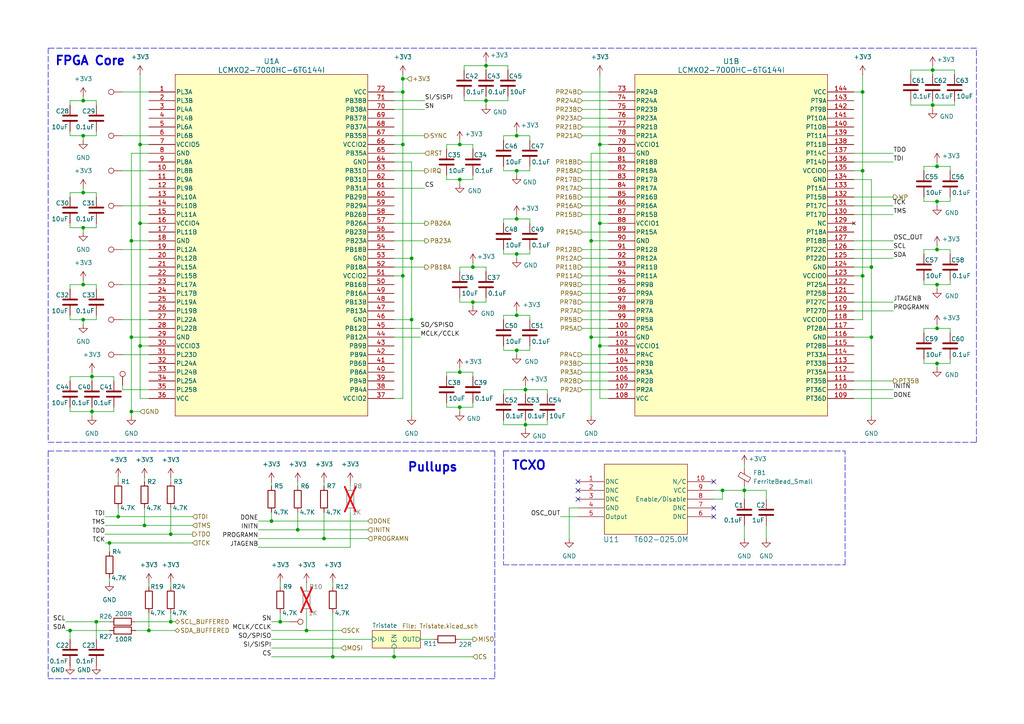
<source format=kicad_sch>
(kicad_sch (version 20250114) (generator "eeschema") (generator_version "9.0")
  (paper "A4")
  (text "TCXO" (at 153.416 135.128 0) (effects (font (size 2.54 2.54) (thickness 0.508) (bold yes))))
  (text "Pullups" (at 125.476 135.636 0) (effects (font (size 2.54 2.54) (thickness 0.508) (bold yes))))
  (text "FPGA Core\n" (at 26.162 17.78 0) (effects (font (size 2.54 2.54) (thickness 0.508) (bold yes))))
  (junction (at 40.64 64.77))
  (junction (at 41.91 152.4))
  (junction (at 271.78 72.39))
  (junction (at 24.13 29.21))
  (junction (at 133.35 118.11))
  (junction (at 173.99 100.33))
  (junction (at 137.16 77.47))
  (junction (at 137.16 87.63))
  (junction (at 133.35 41.91))
  (junction (at 40.64 100.33))
  (junction (at 34.29 149.86))
  (junction (at 119.38 92.71))
  (junction (at 38.1 97.79))
  (junction (at 78.74 151.13))
  (junction (at 149.86 101.6))
  (junction (at 271.78 105.41))
  (junction (at 38.1 119.38))
  (junction (at 114.3 190.5))
  (junction (at 171.45 69.85))
  (junction (at 149.86 73.66))
  (junction (at 31.75 157.48))
  (junction (at 173.99 64.77))
  (junction (at 250.19 80.01))
  (junction (at 116.84 26.67))
  (junction (at 209.55 142.24))
  (junction (at 140.97 19.05))
  (junction (at 271.78 95.25))
  (junction (at 116.84 22.86))
  (junction (at 252.73 77.47))
  (junction (at 24.13 55.88))
  (junction (at 26.67 109.22))
  (junction (at 152.4 123.19))
  (junction (at 27.94 180.34))
  (junction (at 270.51 30.48))
  (junction (at 24.13 39.37))
  (junction (at 149.86 49.53))
  (junction (at 43.18 182.88))
  (junction (at 88.9 182.88))
  (junction (at 271.78 58.42))
  (junction (at 49.53 180.34))
  (junction (at 149.86 91.44))
  (junction (at 116.84 41.91))
  (junction (at 152.4 113.03))
  (junction (at 116.84 80.01))
  (junction (at 271.78 82.55))
  (junction (at 171.45 97.79))
  (junction (at 133.35 107.95))
  (junction (at 215.9 142.24))
  (junction (at 86.36 153.67))
  (junction (at 173.99 41.91))
  (junction (at 26.67 119.38))
  (junction (at 49.53 154.94))
  (junction (at 140.97 29.21))
  (junction (at 93.98 156.21))
  (junction (at 38.1 69.85))
  (junction (at 24.13 92.71))
  (junction (at 119.38 74.93))
  (junction (at 252.73 97.79))
  (junction (at 24.13 82.55))
  (junction (at 250.19 49.53))
  (junction (at 24.13 66.04))
  (junction (at 96.52 190.5))
  (junction (at 149.86 39.37))
  (junction (at 81.28 180.34))
  (junction (at 149.86 63.5))
  (junction (at 40.64 41.91))
  (junction (at 20.32 182.88))
  (junction (at 250.19 26.67))
  (junction (at 270.51 20.32))
  (junction (at 271.78 48.26))
  (junction (at 133.35 52.07))
  (no_connect (at 207.01 139.7))
  (no_connect (at 167.64 139.7))
  (no_connect (at 207.01 147.32))
  (no_connect (at 167.64 144.78))
  (no_connect (at 207.01 149.86))
  (no_connect (at 167.64 142.24))
  (wire (pts (xy 271.78 95.25) (xy 267.97 95.25)))
  (wire (pts (xy 26.67 109.22) (xy 33.02 109.22)))
  (wire (pts (xy 168.91 92.71) (xy 176.53 92.71)))
  (wire (pts (xy 137.16 87.63) (xy 133.35 87.63)))
  (wire (pts (xy 149.86 49.53) (xy 149.86 50.8)))
  (wire (pts (xy 146.05 101.6) (xy 146.05 100.33)))
  (wire (pts (xy 35.56 72.39) (xy 43.18 72.39)))
  (wire (pts (xy 137.16 52.07) (xy 133.35 52.07)))
  (wire (pts (xy 30.48 152.4) (xy 41.91 152.4)))
  (wire (pts (xy 35.56 102.87) (xy 43.18 102.87)))
  (wire (pts (xy 74.93 158.75) (xy 101.6 158.75)))
  (wire (pts (xy 133.35 52.07) (xy 129.54 52.07)))
  (wire (pts (xy 222.25 142.24) (xy 222.25 144.78)))
  (wire (pts (xy 168.91 52.07) (xy 176.53 52.07)))
  (wire (pts (xy 275.59 81.28) (xy 275.59 82.55)))
  (wire (pts (xy 153.67 63.5) (xy 153.67 64.77)))
  (wire (pts (xy 114.3 44.45) (xy 123.19 44.45)))
  (wire (pts (xy 168.91 62.23) (xy 176.53 62.23)))
  (wire (pts (xy 20.32 55.88) (xy 20.32 57.15)))
  (wire (pts (xy 153.67 72.39) (xy 153.67 73.66)))
  (wire (pts (xy 209.55 142.24) (xy 215.9 142.24)))
  (wire (pts (xy 267.97 96.52) (xy 267.97 95.25)))
  (wire (pts (xy 247.65 57.15) (xy 259.08 57.15)))
  (wire (pts (xy 133.35 78.74) (xy 133.35 77.47)))
  (wire (pts (xy 119.38 74.93) (xy 119.38 92.71)))
  (wire (pts (xy 24.13 39.37) (xy 27.94 39.37)))
  (wire (pts (xy 168.91 82.55) (xy 176.53 82.55)))
  (wire (pts (xy 146.05 92.71) (xy 146.05 91.44)))
  (wire (pts (xy 43.18 177.8) (xy 43.18 182.88)))
  (wire (pts (xy 114.3 97.79) (xy 121.92 97.79)))
  (wire (pts (xy 147.32 29.21) (xy 140.97 29.21)))
  (wire (pts (xy 149.86 39.37) (xy 146.05 39.37)))
  (wire (pts (xy 49.53 168.91) (xy 49.53 170.18)))
  (wire (pts (xy 20.32 82.55) (xy 24.13 82.55)))
  (polyline (pts (xy 283.21 13.97) (xy 13.97 13.97)) (stroke (width 0) (type dash)))
  (wire (pts (xy 152.4 111.76) (xy 152.4 113.03)))
  (wire (pts (xy 275.59 72.39) (xy 271.78 72.39)))
  (wire (pts (xy 153.67 101.6) (xy 149.86 101.6)))
  (wire (pts (xy 152.4 121.92) (xy 152.4 123.19)))
  (wire (pts (xy 275.59 57.15) (xy 275.59 58.42)))
  (wire (pts (xy 168.91 90.17) (xy 176.53 90.17)))
  (wire (pts (xy 158.75 123.19) (xy 152.4 123.19)))
  (wire (pts (xy 40.64 21.59) (xy 40.64 41.91)))
  (wire (pts (xy 158.75 121.92) (xy 158.75 123.19)))
  (wire (pts (xy 149.86 49.53) (xy 146.05 49.53)))
  (wire (pts (xy 101.6 139.7) (xy 101.6 140.97)))
  (wire (pts (xy 167.64 147.32) (xy 165.1 147.32)))
  (wire (pts (xy 247.65 49.53) (xy 250.19 49.53)))
  (wire (pts (xy 264.16 21.59) (xy 264.16 20.32)))
  (wire (pts (xy 275.59 95.25) (xy 271.78 95.25)))
  (polyline (pts (xy 13.97 128.27) (xy 283.21 128.27)) (stroke (width 0) (type dash)))
  (wire (pts (xy 119.38 92.71) (xy 119.38 120.65)))
  (wire (pts (xy 271.78 105.41) (xy 271.78 106.68)))
  (wire (pts (xy 271.78 72.39) (xy 267.97 72.39)))
  (wire (pts (xy 252.73 52.07) (xy 252.73 77.47)))
  (wire (pts (xy 133.35 40.64) (xy 133.35 41.91)))
  (wire (pts (xy 168.91 49.53) (xy 176.53 49.53)))
  (wire (pts (xy 40.64 41.91) (xy 40.64 64.77)))
  (wire (pts (xy 137.16 116.84) (xy 137.16 118.11)))
  (wire (pts (xy 140.97 77.47) (xy 137.16 77.47)))
  (wire (pts (xy 74.93 153.67) (xy 86.36 153.67)))
  (wire (pts (xy 114.3 64.77) (xy 123.19 64.77)))
  (wire (pts (xy 114.3 77.47) (xy 123.19 77.47)))
  (wire (pts (xy 168.91 34.29) (xy 176.53 34.29)))
  (wire (pts (xy 96.52 190.5) (xy 114.3 190.5)))
  (wire (pts (xy 134.62 29.21) (xy 134.62 27.94)))
  (wire (pts (xy 133.35 118.11) (xy 133.35 119.38)))
  (wire (pts (xy 129.54 109.22) (xy 129.54 107.95)))
  (wire (pts (xy 116.84 80.01) (xy 116.84 115.57)))
  (polyline (pts (xy 245.11 163.83) (xy 245.11 130.81)) (stroke (width 0) (type dash)))
  (wire (pts (xy 171.45 44.45) (xy 171.45 69.85)))
  (wire (pts (xy 149.86 91.44) (xy 146.05 91.44)))
  (wire (pts (xy 137.16 76.2) (xy 137.16 77.47)))
  (wire (pts (xy 168.91 67.31) (xy 176.53 67.31)))
  (wire (pts (xy 247.65 72.39) (xy 259.08 72.39)))
  (wire (pts (xy 86.36 153.67) (xy 106.68 153.67)))
  (wire (pts (xy 134.62 20.32) (xy 134.62 19.05)))
  (wire (pts (xy 247.65 115.57) (xy 259.08 115.57)))
  (wire (pts (xy 137.16 87.63) (xy 137.16 88.9)))
  (wire (pts (xy 35.56 113.03) (xy 43.18 113.03)))
  (wire (pts (xy 39.37 182.88) (xy 43.18 182.88)))
  (wire (pts (xy 168.91 102.87) (xy 176.53 102.87)))
  (wire (pts (xy 114.3 29.21) (xy 123.19 29.21)))
  (wire (pts (xy 140.97 77.47) (xy 140.97 78.74)))
  (wire (pts (xy 149.86 90.17) (xy 149.86 91.44)))
  (wire (pts (xy 271.78 71.12) (xy 271.78 72.39)))
  (wire (pts (xy 24.13 92.71) (xy 27.94 92.71)))
  (wire (pts (xy 78.74 151.13) (xy 106.68 151.13)))
  (wire (pts (xy 24.13 66.04) (xy 27.94 66.04)))
  (wire (pts (xy 114.3 190.5) (xy 137.16 190.5)))
  (wire (pts (xy 49.53 154.94) (xy 55.88 154.94)))
  (wire (pts (xy 215.9 140.97) (xy 215.9 142.24)))
  (wire (pts (xy 168.91 85.09) (xy 176.53 85.09)))
  (wire (pts (xy 19.05 182.88) (xy 20.32 182.88)))
  (wire (pts (xy 171.45 97.79) (xy 176.53 97.79)))
  (wire (pts (xy 271.78 93.98) (xy 271.78 95.25)))
  (wire (pts (xy 147.32 19.05) (xy 147.32 20.32)))
  (wire (pts (xy 40.64 100.33) (xy 40.64 115.57)))
  (wire (pts (xy 146.05 123.19) (xy 152.4 123.19)))
  (wire (pts (xy 20.32 55.88) (xy 24.13 55.88)))
  (wire (pts (xy 27.94 83.82) (xy 27.94 82.55)))
  (wire (pts (xy 149.86 62.23) (xy 149.86 63.5)))
  (wire (pts (xy 267.97 73.66) (xy 267.97 72.39)))
  (wire (pts (xy 20.32 29.21) (xy 24.13 29.21)))
  (wire (pts (xy 270.51 30.48) (xy 270.51 31.75)))
  (wire (pts (xy 153.67 91.44) (xy 149.86 91.44)))
  (wire (pts (xy 20.32 39.37) (xy 24.13 39.37)))
  (wire (pts (xy 20.32 38.1) (xy 20.32 39.37)))
  (wire (pts (xy 96.52 177.8) (xy 96.52 190.5)))
  (wire (pts (xy 133.35 87.63) (xy 133.35 86.36)))
  (wire (pts (xy 24.13 92.71) (xy 24.13 93.98)))
  (wire (pts (xy 35.56 59.69) (xy 43.18 59.69)))
  (wire (pts (xy 78.74 187.96) (xy 99.06 187.96)))
  (wire (pts (xy 267.97 49.53) (xy 267.97 48.26)))
  (wire (pts (xy 168.91 26.67) (xy 176.53 26.67)))
  (wire (pts (xy 96.52 168.91) (xy 96.52 170.18)))
  (wire (pts (xy 270.51 20.32) (xy 270.51 21.59)))
  (wire (pts (xy 215.9 152.4) (xy 215.9 156.21)))
  (wire (pts (xy 267.97 105.41) (xy 267.97 104.14)))
  (wire (pts (xy 119.38 46.99) (xy 119.38 74.93)))
  (wire (pts (xy 20.32 82.55) (xy 20.32 83.82)))
  (wire (pts (xy 168.91 77.47) (xy 176.53 77.47)))
  (wire (pts (xy 38.1 97.79) (xy 43.18 97.79)))
  (wire (pts (xy 165.1 147.32) (xy 165.1 156.21)))
  (wire (pts (xy 114.3 26.67) (xy 116.84 26.67)))
  (wire (pts (xy 275.59 72.39) (xy 275.59 73.66)))
  (wire (pts (xy 215.9 142.24) (xy 215.9 144.78)))
  (wire (pts (xy 158.75 113.03) (xy 158.75 114.3)))
  (wire (pts (xy 114.3 95.25) (xy 121.92 95.25)))
  (wire (pts (xy 146.05 73.66) (xy 146.05 72.39)))
  (wire (pts (xy 153.67 49.53) (xy 149.86 49.53)))
  (wire (pts (xy 30.48 157.48) (xy 31.75 157.48)))
  (wire (pts (xy 173.99 41.91) (xy 176.53 41.91)))
  (wire (pts (xy 27.94 30.48) (xy 27.94 29.21)))
  (wire (pts (xy 149.86 38.1) (xy 149.86 39.37)))
  (wire (pts (xy 74.93 156.21) (xy 93.98 156.21)))
  (wire (pts (xy 20.32 92.71) (xy 24.13 92.71)))
  (wire (pts (xy 129.54 118.11) (xy 129.54 116.84)))
  (wire (pts (xy 168.91 105.41) (xy 176.53 105.41)))
  (wire (pts (xy 171.45 69.85) (xy 171.45 97.79)))
  (wire (pts (xy 176.53 44.45) (xy 171.45 44.45)))
  (wire (pts (xy 250.19 92.71) (xy 247.65 92.71)))
  (wire (pts (xy 40.64 64.77) (xy 43.18 64.77)))
  (wire (pts (xy 153.67 48.26) (xy 153.67 49.53)))
  (wire (pts (xy 49.53 177.8) (xy 49.53 180.34)))
  (wire (pts (xy 146.05 64.77) (xy 146.05 63.5)))
  (wire (pts (xy 247.65 113.03) (xy 259.08 113.03)))
  (wire (pts (xy 275.59 95.25) (xy 275.59 96.52)))
  (wire (pts (xy 275.59 58.42) (xy 271.78 58.42)))
  (wire (pts (xy 171.45 69.85) (xy 176.53 69.85)))
  (wire (pts (xy 49.53 147.32) (xy 49.53 154.94)))
  (wire (pts (xy 20.32 66.04) (xy 24.13 66.04)))
  (wire (pts (xy 116.84 26.67) (xy 116.84 41.91)))
  (wire (pts (xy 24.13 29.21) (xy 27.94 29.21)))
  (wire (pts (xy 116.84 22.86) (xy 118.11 22.86)))
  (wire (pts (xy 168.91 107.95) (xy 176.53 107.95)))
  (wire (pts (xy 93.98 139.7) (xy 93.98 140.97)))
  (wire (pts (xy 146.05 123.19) (xy 146.05 121.92)))
  (wire (pts (xy 140.97 87.63) (xy 137.16 87.63)))
  (wire (pts (xy 26.67 119.38) (xy 33.02 119.38)))
  (wire (pts (xy 26.67 118.11) (xy 26.67 119.38)))
  (wire (pts (xy 114.3 49.53) (xy 123.19 49.53)))
  (wire (pts (xy 27.94 66.04) (xy 27.94 64.77)))
  (wire (pts (xy 81.28 177.8) (xy 81.28 180.34)))
  (wire (pts (xy 133.35 107.95) (xy 129.54 107.95)))
  (wire (pts (xy 26.67 107.95) (xy 26.67 109.22)))
  (wire (pts (xy 137.16 50.8) (xy 137.16 52.07)))
  (wire (pts (xy 31.75 157.48) (xy 55.88 157.48)))
  (wire (pts (xy 153.67 39.37) (xy 149.86 39.37)))
  (wire (pts (xy 168.91 80.01) (xy 176.53 80.01)))
  (wire (pts (xy 152.4 113.03) (xy 158.75 113.03)))
  (wire (pts (xy 49.53 180.34) (xy 50.8 180.34)))
  (wire (pts (xy 38.1 69.85) (xy 38.1 97.79)))
  (wire (pts (xy 78.74 185.42) (xy 107.95 185.42)))
  (wire (pts (xy 173.99 21.59) (xy 173.99 41.91)))
  (wire (pts (xy 247.65 52.07) (xy 252.73 52.07)))
  (wire (pts (xy 173.99 100.33) (xy 173.99 115.57)))
  (wire (pts (xy 173.99 41.91) (xy 173.99 64.77)))
  (wire (pts (xy 173.99 64.77) (xy 176.53 64.77)))
  (wire (pts (xy 267.97 82.55) (xy 267.97 81.28)))
  (wire (pts (xy 133.35 118.11) (xy 129.54 118.11)))
  (wire (pts (xy 247.65 90.17) (xy 259.08 90.17)))
  (wire (pts (xy 114.3 54.61) (xy 123.19 54.61)))
  (wire (pts (xy 78.74 182.88) (xy 88.9 182.88)))
  (wire (pts (xy 271.78 82.55) (xy 271.78 83.82)))
  (wire (pts (xy 270.51 19.05) (xy 270.51 20.32)))
  (wire (pts (xy 74.93 151.13) (xy 78.74 151.13)))
  (wire (pts (xy 247.65 74.93) (xy 259.08 74.93)))
  (wire (pts (xy 31.75 157.48) (xy 31.75 160.02)))
  (wire (pts (xy 116.84 22.86) (xy 116.84 26.67)))
  (wire (pts (xy 137.16 41.91) (xy 133.35 41.91)))
  (wire (pts (xy 146.05 114.3) (xy 146.05 113.03)))
  (wire (pts (xy 114.3 69.85) (xy 123.19 69.85)))
  (wire (pts (xy 86.36 139.7) (xy 86.36 140.97)))
  (wire (pts (xy 40.64 100.33) (xy 43.18 100.33)))
  (wire (pts (xy 41.91 138.43) (xy 41.91 139.7)))
  (wire (pts (xy 24.13 54.61) (xy 24.13 55.88)))
  (wire (pts (xy 24.13 27.94) (xy 24.13 29.21)))
  (wire (pts (xy 140.97 17.78) (xy 140.97 19.05)))
  (wire (pts (xy 264.16 30.48) (xy 264.16 29.21)))
  (wire (pts (xy 146.05 49.53) (xy 146.05 48.26)))
  (polyline (pts (xy 146.05 163.83) (xy 245.11 163.83)) (stroke (width 0) (type dash)))
  (wire (pts (xy 275.59 105.41) (xy 271.78 105.41)))
  (wire (pts (xy 149.86 63.5) (xy 146.05 63.5)))
  (wire (pts (xy 271.78 48.26) (xy 267.97 48.26)))
  (wire (pts (xy 41.91 152.4) (xy 55.88 152.4)))
  (wire (pts (xy 38.1 97.79) (xy 38.1 119.38)))
  (wire (pts (xy 276.86 30.48) (xy 270.51 30.48)))
  (wire (pts (xy 271.78 82.55) (xy 267.97 82.55)))
  (wire (pts (xy 24.13 66.04) (xy 24.13 67.31)))
  (wire (pts (xy 35.56 26.67) (xy 43.18 26.67)))
  (wire (pts (xy 34.29 147.32) (xy 34.29 149.86)))
  (wire (pts (xy 35.56 39.37) (xy 43.18 39.37)))
  (wire (pts (xy 152.4 123.19) (xy 152.4 124.46)))
  (wire (pts (xy 250.19 26.67) (xy 250.19 49.53)))
  (wire (pts (xy 88.9 182.88) (xy 99.06 182.88)))
  (wire (pts (xy 20.32 64.77) (xy 20.32 66.04)))
  (wire (pts (xy 26.67 119.38) (xy 20.32 119.38)))
  (wire (pts (xy 168.91 110.49) (xy 176.53 110.49)))
  (wire (pts (xy 252.73 97.79) (xy 252.73 120.65)))
  (wire (pts (xy 168.91 72.39) (xy 176.53 72.39)))
  (wire (pts (xy 30.48 149.86) (xy 34.29 149.86)))
  (wire (pts (xy 168.91 87.63) (xy 176.53 87.63)))
  (wire (pts (xy 27.94 39.37) (xy 27.94 38.1)))
  (wire (pts (xy 116.84 41.91) (xy 116.84 80.01)))
  (wire (pts (xy 247.65 110.49) (xy 259.08 110.49)))
  (wire (pts (xy 168.91 54.61) (xy 176.53 54.61)))
  (wire (pts (xy 168.91 36.83) (xy 176.53 36.83)))
  (wire (pts (xy 271.78 58.42) (xy 267.97 58.42)))
  (wire (pts (xy 247.65 26.67) (xy 250.19 26.67)))
  (wire (pts (xy 247.65 62.23) (xy 259.08 62.23)))
  (wire (pts (xy 207.01 142.24) (xy 209.55 142.24)))
  (wire (pts (xy 250.19 49.53) (xy 250.19 80.01)))
  (wire (pts (xy 93.98 148.59) (xy 93.98 156.21)))
  (wire (pts (xy 24.13 81.28) (xy 24.13 82.55)))
  (wire (pts (xy 168.91 39.37) (xy 176.53 39.37)))
  (wire (pts (xy 153.67 39.37) (xy 153.67 40.64)))
  (wire (pts (xy 168.91 57.15) (xy 176.53 57.15)))
  (wire (pts (xy 34.29 138.43) (xy 34.29 139.7)))
  (polyline (pts (xy 143.51 130.81) (xy 143.51 196.85)) (stroke (width 0) (type dash)))
  (wire (pts (xy 247.65 80.01) (xy 250.19 80.01)))
  (polyline (pts (xy 146.05 130.81) (xy 146.05 163.83)) (stroke (width 0) (type dash)))
  (wire (pts (xy 116.84 41.91) (xy 114.3 41.91)))
  (wire (pts (xy 81.28 168.91) (xy 81.28 170.18)))
  (wire (pts (xy 209.55 142.24) (xy 209.55 144.78)))
  (wire (pts (xy 33.02 119.38) (xy 33.02 118.11)))
  (wire (pts (xy 264.16 30.48) (xy 270.51 30.48)))
  (wire (pts (xy 116.84 115.57) (xy 114.3 115.57)))
  (wire (pts (xy 88.9 177.8) (xy 88.9 182.88)))
  (wire (pts (xy 247.65 44.45) (xy 259.08 44.45)))
  (wire (pts (xy 133.35 41.91) (xy 129.54 41.91)))
  (polyline (pts (xy 146.05 130.81) (xy 245.11 130.81)) (stroke (width 0) (type dash)))
  (wire (pts (xy 41.91 147.32) (xy 41.91 152.4)))
  (wire (pts (xy 35.56 111.76) (xy 35.56 113.03)))
  (wire (pts (xy 140.97 29.21) (xy 140.97 30.48)))
  (polyline (pts (xy 13.97 13.97) (xy 13.97 128.27)) (stroke (width 0) (type dash)))
  (wire (pts (xy 24.13 39.37) (xy 24.13 40.64)))
  (wire (pts (xy 149.86 73.66) (xy 146.05 73.66)))
  (wire (pts (xy 267.97 58.42) (xy 267.97 57.15)))
  (wire (pts (xy 173.99 100.33) (xy 176.53 100.33)))
  (polyline (pts (xy 143.51 196.85) (xy 13.97 196.85)) (stroke (width 0) (type dash)))
  (wire (pts (xy 152.4 113.03) (xy 152.4 114.3)))
  (wire (pts (xy 215.9 134.62) (xy 215.9 135.89)))
  (wire (pts (xy 134.62 29.21) (xy 140.97 29.21)))
  (wire (pts (xy 114.3 39.37) (xy 123.19 39.37)))
  (wire (pts (xy 168.91 29.21) (xy 176.53 29.21)))
  (wire (pts (xy 20.32 109.22) (xy 20.32 110.49)))
  (wire (pts (xy 137.16 107.95) (xy 133.35 107.95)))
  (wire (pts (xy 24.13 82.55) (xy 27.94 82.55)))
  (wire (pts (xy 35.56 49.53) (xy 43.18 49.53)))
  (wire (pts (xy 38.1 69.85) (xy 43.18 69.85)))
  (wire (pts (xy 35.56 92.71) (xy 43.18 92.71)))
  (wire (pts (xy 116.84 21.59) (xy 116.84 22.86)))
  (wire (pts (xy 26.67 109.22) (xy 20.32 109.22)))
  (wire (pts (xy 78.74 139.7) (xy 78.74 140.97)))
  (wire (pts (xy 146.05 40.64) (xy 146.05 39.37)))
  (wire (pts (xy 162.56 149.86) (xy 167.64 149.86)))
  (wire (pts (xy 247.65 77.47) (xy 252.73 77.47)))
  (wire (pts (xy 215.9 142.24) (xy 222.25 142.24)))
  (wire (pts (xy 121.92 185.42) (xy 125.73 185.42)))
  (wire (pts (xy 114.3 187.96) (xy 114.3 190.5)))
  (wire (pts (xy 168.91 74.93) (xy 176.53 74.93)))
  (wire (pts (xy 171.45 97.79) (xy 171.45 120.65)))
  (wire (pts (xy 222.25 152.4) (xy 222.25 156.21)))
  (wire (pts (xy 168.91 95.25) (xy 176.53 95.25)))
  (wire (pts (xy 275.59 104.14) (xy 275.59 105.41)))
  (wire (pts (xy 43.18 115.57) (xy 40.64 115.57)))
  (wire (pts (xy 114.3 46.99) (xy 119.38 46.99)))
  (wire (pts (xy 153.67 63.5) (xy 149.86 63.5)))
  (wire (pts (xy 140.97 27.94) (xy 140.97 29.21)))
  (wire (pts (xy 24.13 55.88) (xy 27.94 55.88)))
  (wire (pts (xy 137.16 118.11) (xy 133.35 118.11)))
  (wire (pts (xy 39.37 180.34) (xy 49.53 180.34)))
  (wire (pts (xy 129.54 52.07) (xy 129.54 50.8)))
  (wire (pts (xy 264.16 20.32) (xy 270.51 20.32)))
  (wire (pts (xy 20.32 182.88) (xy 20.32 185.42)))
  (wire (pts (xy 276.86 20.32) (xy 276.86 21.59)))
  (wire (pts (xy 78.74 190.5) (xy 96.52 190.5)))
  (wire (pts (xy 43.18 44.45) (xy 38.1 44.45)))
  (wire (pts (xy 38.1 119.38) (xy 38.1 120.65)))
  (wire (pts (xy 43.18 168.91) (xy 43.18 170.18)))
  (wire (pts (xy 78.74 180.34) (xy 81.28 180.34)))
  (wire (pts (xy 247.65 46.99) (xy 259.08 46.99)))
  (wire (pts (xy 86.36 148.59) (xy 86.36 153.67)))
  (wire (pts (xy 134.62 19.05) (xy 140.97 19.05)))
  (wire (pts (xy 27.94 180.34) (xy 31.75 180.34)))
  (wire (pts (xy 114.3 31.75) (xy 123.19 31.75)))
  (wire (pts (xy 133.35 52.07) (xy 133.35 53.34)))
  (wire (pts (xy 140.97 86.36) (xy 140.97 87.63)))
  (wire (pts (xy 27.94 57.15) (xy 27.94 55.88)))
  (wire (pts (xy 149.86 101.6) (xy 146.05 101.6)))
  (wire (pts (xy 271.78 58.42) (xy 271.78 59.69)))
  (wire (pts (xy 247.65 87.63) (xy 259.08 87.63)))
  (wire (pts (xy 137.16 41.91) (xy 137.16 43.18)))
  (wire (pts (xy 168.91 59.69) (xy 176.53 59.69)))
  (wire (pts (xy 271.78 46.99) (xy 271.78 48.26)))
  (wire (pts (xy 140.97 19.05) (xy 147.32 19.05)))
  (wire (pts (xy 31.75 167.64) (xy 31.75 168.91)))
  (wire (pts (xy 173.99 64.77) (xy 173.99 100.33)))
  (wire (pts (xy 34.29 149.86) (xy 55.88 149.86)))
  (wire (pts (xy 250.19 80.01) (xy 250.19 92.71)))
  (wire (pts (xy 146.05 113.03) (xy 152.4 113.03)))
  (wire (pts (xy 137.16 107.95) (xy 137.16 109.22)))
  (wire (pts (xy 27.94 180.34) (xy 27.94 185.42)))
  (polyline (pts (xy 13.97 130.81) (xy 143.51 130.81)) (stroke (width 0) (type dash)))
  (wire (pts (xy 40.64 41.91) (xy 43.18 41.91)))
  (wire (pts (xy 147.32 27.94) (xy 147.32 29.21)))
  (wire (pts (xy 114.3 92.71) (xy 119.38 92.71)))
  (wire (pts (xy 153.67 91.44) (xy 153.67 92.71)))
  (wire (pts (xy 20.32 182.88) (xy 31.75 182.88)))
  (wire (pts (xy 153.67 100.33) (xy 153.67 101.6)))
  (wire (pts (xy 114.3 74.93) (xy 119.38 74.93)))
  (wire (pts (xy 149.86 101.6) (xy 149.86 102.87)))
  (wire (pts (xy 247.65 69.85) (xy 259.08 69.85)))
  (wire (pts (xy 270.51 29.21) (xy 270.51 30.48)))
  (wire (pts (xy 19.05 180.34) (xy 27.94 180.34)))
  (wire (pts (xy 250.19 21.59) (xy 250.19 26.67)))
  (wire (pts (xy 176.53 115.57) (xy 173.99 115.57)))
  (wire (pts (xy 271.78 105.41) (xy 267.97 105.41)))
  (wire (pts (xy 101.6 148.59) (xy 101.6 158.75)))
  (wire (pts (xy 140.97 19.05) (xy 140.97 20.32)))
  (wire (pts (xy 40.64 119.38) (xy 38.1 119.38)))
  (wire (pts (xy 83.82 180.34) (xy 81.28 180.34)))
  (wire (pts (xy 247.65 59.69) (xy 259.08 59.69)))
  (wire (pts (xy 88.9 168.91) (xy 88.9 170.18)))
  (wire (pts (xy 78.74 148.59) (xy 78.74 151.13)))
  (wire (pts (xy 33.02 110.49) (xy 33.02 109.22)))
  (wire (pts (xy 168.91 113.03) (xy 176.53 113.03)))
  (wire (pts (xy 40.64 64.77) (xy 40.64 100.33)))
  (wire (pts (xy 30.48 154.94) (xy 49.53 154.94)))
  (wire (pts (xy 26.67 119.38) (xy 26.67 120.65)))
  (wire (pts (xy 168.91 46.99) (xy 176.53 46.99)))
  (wire (pts (xy 270.51 20.32) (xy 276.86 20.32)))
  (wire (pts (xy 137.16 77.47) (xy 133.35 77.47)))
  (wire (pts (xy 129.54 43.18) (xy 129.54 41.91)))
  (wire (pts (xy 275.59 48.26) (xy 271.78 48.26)))
  (wire (pts (xy 133.35 106.68) (xy 133.35 107.95)))
  (wire (pts (xy 149.86 73.66) (xy 149.86 74.93)))
  (wire (pts (xy 168.91 31.75) (xy 176.53 31.75)))
  (wire (pts (xy 153.67 73.66) (xy 149.86 73.66)))
  (polyline (pts (xy 13.97 130.81) (xy 13.97 196.85)) (stroke (width 0) (type dash)))
  (wire (pts (xy 252.73 77.47) (xy 252.73 97.79)))
  (wire (pts (xy 275.59 82.55) (xy 271.78 82.55)))
  (wire (pts (xy 20.32 91.44) (xy 20.32 92.71)))
  (wire (pts (xy 35.56 82.55) (xy 43.18 82.55)))
  (wire (pts (xy 209.55 144.78) (xy 207.01 144.78)))
  (wire (pts (xy 20.32 29.21) (xy 20.32 30.48)))
  (wire (pts (xy 43.18 182.88) (xy 50.8 182.88)))
  (wire (pts (xy 116.84 80.01) (xy 114.3 80.01)))
  (wire (pts (xy 275.59 48.26) (xy 275.59 49.53)))
  (wire (pts (xy 276.86 29.21) (xy 276.86 30.48)))
  (wire (pts (xy 27.94 92.71) (xy 27.94 91.44)))
  (wire (pts (xy 133.35 185.42) (xy 137.16 185.42)))
  (wire (pts (xy 26.67 109.22) (xy 26.67 110.49)))
  (wire (pts (xy 93.98 156.21) (xy 106.68 156.21)))
  (wire (pts (xy 38.1 44.45) (xy 38.1 69.85)))
  (wire (pts (xy 49.53 138.43) (xy 49.53 139.7)))
  (wire (pts (xy 20.32 119.38) (xy 20.32 118.11)))
  (wire (pts (xy 247.65 97.79) (xy 252.73 97.79)))
  (polyline (pts (xy 283.21 128.27) (xy 283.21 13.97)) (stroke (width 0) (type dash)))
  (label "TDO" (at 30.48 154.94 180))
  (label "SN" (at 123.19 31.75 0))
  (label "SDA" (at 19.05 182.88 180))
  (label "SCL" (at 19.05 180.34 180))
  (label "TDI" (at 30.48 149.86 180))
  (label "SN" (at 78.74 180.34 180))
  (label "JTAGENB" (at 74.93 158.75 180))
  (label "DONE" (at 74.93 151.13 180))
  (label "SDA" (at 259.08 74.93 0))
  (label "DONE" (at 259.08 115.57 0))
  (label "CS" (at 123.19 54.61 0))
  (label "SO{slash}SPISO" (at 78.74 185.42 180))
  (label "SO{slash}SPISO" (at 121.92 95.25 0))
  (label "TCK" (at 259.08 59.69 0))
  (label "MCLK{slash}CCLK" (at 78.74 182.88 180))
  (label "SCL" (at 259.08 72.39 0))
  (label "SI{slash}SISPI" (at 78.74 187.96 180))
  (label "OSC_OUT" (at 259.08 69.85 0))
  (label "JTAGENB" (at 259.08 87.63 0))
  (label "INITN" (at 74.93 153.67 180))
  (label "CS" (at 78.74 190.5 180))
  (label "PROGRAMN" (at 74.93 156.21 180))
  (label "OSC_OUT" (at 162.56 149.86 180))
  (label "SI{slash}SISPI" (at 123.19 29.21 0))
  (label "TMS" (at 259.08 62.23 0))
  (label "TMS" (at 30.48 152.4 180))
  (label "TDI" (at 259.08 46.99 0))
  (label "PROGRAMN" (at 259.08 90.17 0))
  (label "MCLK{slash}CCLK" (at 121.92 97.79 0))
  (label "TDO" (at 259.08 44.45 0))
  (label "TCK" (at 30.48 157.48 180))
  (label "INITN" (at 259.08 113.03 0))
  (hierarchical_label "PR5A" (shape input) (at 168.91 95.25 180))
  (hierarchical_label "CS" (shape input) (at 137.16 190.5 0))
  (hierarchical_label "PR11B" (shape input) (at 168.91 77.47 180))
  (hierarchical_label "SDA_BUFFERED" (shape bidirectional) (at 50.8 182.88 0))
  (hierarchical_label "SYNC" (shape output) (at 123.19 39.37 0))
  (hierarchical_label "SCK" (shape input) (at 99.06 182.88 0))
  (hierarchical_label "PR7B" (shape input) (at 168.91 87.63 180))
  (hierarchical_label "PR17A" (shape input) (at 168.91 54.61 180))
  (hierarchical_label "PR9B" (shape input) (at 168.91 82.55 180))
  (hierarchical_label "PROGRAMN" (shape input) (at 106.68 156.21 0))
  (hierarchical_label "TDI" (shape input) (at 55.88 149.86 0))
  (hierarchical_label "PR3B" (shape input) (at 168.91 105.41 180))
  (hierarchical_label "DONE" (shape input) (at 106.68 151.13 0))
  (hierarchical_label "+3V3" (shape input) (at 118.11 22.86 0))
  (hierarchical_label "INITN" (shape input) (at 106.68 153.67 0))
  (hierarchical_label "PR12A" (shape input) (at 168.91 74.93 180))
  (hierarchical_label "PR21B" (shape input) (at 168.91 36.83 180))
  (hierarchical_label "MISO" (shape output) (at 137.16 185.42 0))
  (hierarchical_label "TMS" (shape input) (at 55.88 152.4 0))
  (hierarchical_label "MOSI" (shape input) (at 99.06 187.96 0))
  (hierarchical_label "PT35B" (shape output) (at 259.08 110.49 0))
  (hierarchical_label "TDO" (shape output) (at 55.88 154.94 0))
  (hierarchical_label "PB18A" (shape output) (at 123.19 77.47 0))
  (hierarchical_label "PR7A" (shape input) (at 168.91 90.17 180))
  (hierarchical_label "PB23A" (shape output) (at 123.19 69.85 0))
  (hierarchical_label "PR23B" (shape input) (at 168.91 31.75 180))
  (hierarchical_label "PR16B" (shape input) (at 168.91 57.15 180))
  (hierarchical_label "PR15B" (shape input) (at 168.91 62.23 180))
  (hierarchical_label "PR12B" (shape input) (at 168.91 72.39 180))
  (hierarchical_label "PR5B" (shape input) (at 168.91 92.71 180))
  (hierarchical_label "SCL_BUFFERED" (shape bidirectional) (at 50.8 180.34 0))
  (hierarchical_label "PR11A" (shape input) (at 168.91 80.01 180))
  (hierarchical_label "PR24B" (shape input) (at 168.91 26.67 180))
  (hierarchical_label "PR15A" (shape input) (at 168.91 67.31 180))
  (hierarchical_label "PR18A" (shape input) (at 168.91 49.53 180))
  (hierarchical_label "PR2A" (shape input) (at 168.91 113.03 180))
  (hierarchical_label "PR4C" (shape input) (at 168.91 102.87 180))
  (hierarchical_label "WP" (shape output) (at 259.08 57.15 0))
  (hierarchical_label "PR9A" (shape input) (at 168.91 85.09 180))
  (hierarchical_label "IRQ" (shape output) (at 123.19 49.53 0))
  (hierarchical_label "RST" (shape input) (at 123.19 44.45 0))
  (hierarchical_label "PR16A" (shape input) (at 168.91 59.69 180))
  (hierarchical_label "PR3A" (shape input) (at 168.91 107.95 180))
  (hierarchical_label "PR17B" (shape input) (at 168.91 52.07 180))
  (hierarchical_label "GND" (shape input) (at 40.64 119.38 0))
  (hierarchical_label "PR23A" (shape input) (at 168.91 34.29 180))
  (hierarchical_label "PB26A" (shape output) (at 123.19 64.77 0))
  (hierarchical_label "PR21A" (shape input) (at 168.91 39.37 180))
  (hierarchical_label "PR24A" (shape input) (at 168.91 29.21 180))
  (hierarchical_label "PR18B" (shape input) (at 168.91 46.99 180))
  (hierarchical_label "PR2B" (shape input) (at 168.91 110.49 180))
  (hierarchical_label "TCK" (shape input) (at 55.88 157.48 0))
  (symbol (lib_id "Connector:TestPoint") (at 83.82 180.34 270) (unit 1)
    (property "Reference" "TP19" (effects (hide yes)))
    (property "Value" "TestPoint" (effects (hide yes)))
    (property "Footprint" "TestPoint:TestPoint_Pad_D1.0mm" (effects (hide yes)))
    (property "Description" "test point" (effects (hide yes)))
  )
  (symbol (lib_id "power:+3V3") (at 133.35 106.68 0) (unit 1)
    (property "Reference" "#PWR091" (effects (hide yes)))
    (property "Value" "+3V3" (at 137.16 104.902 0))
    (property "Description" "Power symbol creates a global label with name \"+3V3\"" (effects (hide yes)))
  )
  (symbol (lib_id "Connector:TestPoint") (at 35.56 39.37 90) (unit 1)
    (property "Reference" "TP8" (effects (hide yes)))
    (property "Value" "TestPoint" (effects (hide yes)))
    (property "Footprint" "TestPoint:TestPoint_Pad_1.0x1.0mm" (effects (hide yes)))
    (property "Description" "test point" (effects (hide yes)))
  )
  (symbol (lib_id "power:+3V3") (at 43.18 168.91 0) (unit 1)
    (property "Reference" "#PWR067" (effects (hide yes)))
    (property "Value" "+3V3" (at 43.18 163.83 0))
    (property "Description" "Power symbol creates a global label with name \"+3V3\"" (effects (hide yes)))
  )
  (symbol (lib_id "power:+3V3") (at 81.28 168.91 0) (unit 1)
    (property "Reference" "#PWR021" (effects (hide yes)))
    (property "Value" "+3V3" (at 81.28 163.83 0))
    (property "Description" "Power symbol creates a global label with name \"+3V3\"" (effects (hide yes)))
  )
  (symbol (lib_id "Device:C") (at 133.35 82.55 0) (unit 1)
    (property "Reference" "C36" (at 133.604 80.518 0) (effects (justify left)))
    (property "Value" "10uF" (at 133.858 85.09 0) (effects (justify left)))
    (property "Footprint" "Capacitor_SMD:C_0603_1608Metric" (effects (hide yes)))
    (property "Description" "Unpolarized capacitor" (effects (hide yes)))
  )
  (symbol (lib_id "power:GND") (at 24.13 93.98 0) (unit 1)
    (property "Reference" "#PWR082" (effects (hide yes)))
    (property "Value" "GND" (at 24.13 99.06 0))
    (property "Description" "Power symbol creates a global label with name \"GND\" , ground" (effects (hide yes)))
  )
  (symbol (lib_id "power:+3V3") (at 116.84 21.59 0) (unit 1)
    (property "Reference" "#PWR06" (effects (hide yes)))
    (property "Value" "+3V3" (at 116.84 16.51 0))
    (property "Description" "Power symbol creates a global label with name \"+3V3\"" (effects (hide yes)))
  )
  (symbol (lib_id "power:GND") (at 140.97 30.48 0) (mirror y) (unit 1)
    (property "Reference" "#PWR095" (effects (hide yes)))
    (property "Value" "GND" (at 145.034 32.512 0))
    (property "Description" "Power symbol creates a global label with name \"GND\" , ground" (effects (hide yes)))
  )
  (symbol (lib_id "power:+3V3") (at 49.53 168.91 0) (unit 1)
    (property "Reference" "#PWR068" (effects (hide yes)))
    (property "Value" "+3V3" (at 49.53 163.83 0))
    (property "Description" "Power symbol creates a global label with name \"+3V3\"" (effects (hide yes)))
  )
  (symbol (lib_id "Device:C") (at 140.97 82.55 0) (unit 1)
    (property "Reference" "C37" (at 141.224 80.518 0) (effects (justify left)))
    (property "Value" "0.1uF" (at 141.478 85.09 0) (effects (justify left)))
    (property "Footprint" "Capacitor_SMD:C_0603_1608Metric" (effects (hide yes)))
    (property "Description" "Unpolarized capacitor" (effects (hide yes)))
  )
  (symbol (lib_id "Device:FerriteBead_Small") (at 215.9 138.43 0) (unit 1)
    (property "Reference" "FB1" (at 218.44 137.1218 0) (effects (justify left)))
    (property "Value" "FerriteBead_Small" (at 218.44 139.6618 0) (effects (justify left)))
    (property "Footprint" "Inductor_SMD:L_0805_2012Metric" (effects (hide yes)))
    (property "Description" "Ferrite bead, small symbol" (effects (hide yes)))
  )
  (symbol (lib_id "Device:C") (at 276.86 25.4 0) (unit 1)
    (property "Reference" "C63" (at 277.114 23.368 0) (effects (justify left)))
    (property "Value" "10uF" (at 277.368 27.94 0) (effects (justify left)))
    (property "Footprint" "Capacitor_SMD:C_0603_1608Metric" (effects (hide yes)))
    (property "Description" "Unpolarized capacitor" (effects (hide yes)))
  )
  (symbol (lib_id "Device:R") (at 88.9 173.99 0) (mirror y) (unit 1) (dnp yes)
    (property "Reference" "R10" (at 89.662 170.18 0) (effects (justify right)))
    (property "Value" "1K" (at 89.408 177.8 0) (effects (justify right)))
    (property "Footprint" "Resistor_SMD:R_0805_2012Metric" (effects (hide yes)))
    (property "Description" "Resistor" (effects (hide yes)))
  )
  (symbol (lib_id "power:GND") (at 271.78 83.82 0) (mirror y) (unit 1)
    (property "Reference" "#PWR0110" (effects (hide yes)))
    (property "Value" "GND" (at 276.098 85.852 0))
    (property "Description" "Power symbol creates a global label with name \"GND\" , ground" (effects (hide yes)))
  )
  (symbol (lib_id "power:GND") (at 215.9 156.21 0) (unit 1)
    (property "Reference" "#PWR030" (effects (hide yes)))
    (property "Value" "GND" (at 215.9 161.29 0))
    (property "Description" "Power symbol creates a global label with name \"GND\" , ground" (effects (hide yes)))
  )
  (symbol (lib_id "power:+3V3") (at 41.91 138.43 0) (unit 1)
    (property "Reference" "#PWR014" (effects (hide yes)))
    (property "Value" "+3V3" (at 41.91 133.35 0))
    (property "Description" "Power symbol creates a global label with name \"+3V3\"" (effects (hide yes)))
  )
  (symbol (lib_id "power:GND") (at 24.13 40.64 0) (unit 1)
    (property "Reference" "#PWR080" (effects (hide yes)))
    (property "Value" "GND" (at 24.13 45.72 0))
    (property "Description" "Power symbol creates a global label with name \"GND\" , ground" (effects (hide yes)))
  )
  (symbol (lib_id "power:+3V3") (at 86.36 139.7 0) (unit 1)
    (property "Reference" "#PWR018" (effects (hide yes)))
    (property "Value" "+3V3" (at 86.36 134.62 0))
    (property "Description" "Power symbol creates a global label with name \"+3V3\"" (effects (hide yes)))
  )
  (symbol (lib_id "power:+3V3") (at 140.97 17.78 0) (unit 1)
    (property "Reference" "#PWR094" (effects (hide yes)))
    (property "Value" "+3V3" (at 144.78 16.002 0))
    (property "Description" "Power symbol creates a global label with name \"+3V3\"" (effects (hide yes)))
  )
  (symbol (lib_id "Device:R") (at 31.75 163.83 0) (mirror y) (unit 1)
    (property "Reference" "R4" (at 32.512 160.02 0) (effects (justify right)))
    (property "Value" "4.7K" (at 32.258 167.64 0) (effects (justify right)))
    (property "Footprint" "Resistor_SMD:R_0805_2012Metric" (effects (hide yes)))
    (property "Description" "Resistor" (effects (hide yes)))
  )
  (symbol (lib_id "power:+3V3") (at 26.67 107.95 0) (unit 1)
    (property "Reference" "#PWR092" (effects (hide yes)))
    (property "Value" "+3V3" (at 26.67 102.87 0))
    (property "Description" "Power symbol creates a global label with name \"+3V3\"" (effects (hide yes)))
  )
  (symbol (lib_id "Device:C") (at 153.67 68.58 0) (unit 1)
    (property "Reference" "C49" (at 153.924 66.548 0) (effects (justify left)))
    (property "Value" "0.1uF" (at 154.178 71.12 0) (effects (justify left)))
    (property "Footprint" "Capacitor_SMD:C_0603_1608Metric" (effects (hide yes)))
    (property "Description" "Unpolarized capacitor" (effects (hide yes)))
  )
  (symbol (lib_id "Device:C") (at 267.97 77.47 0) (unit 1)
    (property "Reference" "C57" (at 268.224 75.438 0) (effects (justify left)))
    (property "Value" "10uF" (at 268.478 80.01 0) (effects (justify left)))
    (property "Footprint" "Capacitor_SMD:C_0603_1608Metric" (effects (hide yes)))
    (property "Description" "Unpolarized capacitor" (effects (hide yes)))
  )
  (symbol (lib_id "Device:R") (at 41.91 143.51 0) (mirror y) (unit 1)
    (property "Reference" "R2" (at 42.672 139.7 0) (effects (justify right)))
    (property "Value" "4.7K" (at 42.418 147.32 0) (effects (justify right)))
    (property "Footprint" "Resistor_SMD:R_0805_2012Metric" (effects (hide yes)))
    (property "Description" "Resistor" (effects (hide yes)))
  )
  (symbol (lib_id "Device:C") (at 129.54 113.03 0) (unit 1)
    (property "Reference" "C38" (at 129.794 110.998 0) (effects (justify left)))
    (property "Value" "10uF" (at 130.048 115.57 0) (effects (justify left)))
    (property "Footprint" "Capacitor_SMD:C_0603_1608Metric" (effects (hide yes)))
    (property "Description" "Unpolarized capacitor" (effects (hide yes)))
  )
  (symbol (lib_id "power:GND") (at 24.13 67.31 0) (unit 1)
    (property "Reference" "#PWR081" (effects (hide yes)))
    (property "Value" "GND" (at 24.13 72.39 0))
    (property "Description" "Power symbol creates a global label with name \"GND\" , ground" (effects (hide yes)))
  )
  (symbol (lib_id "Device:C") (at 267.97 100.33 0) (unit 1)
    (property "Reference" "C59" (at 268.224 98.298 0) (effects (justify left)))
    (property "Value" "10uF" (at 268.478 102.87 0) (effects (justify left)))
    (property "Footprint" "Capacitor_SMD:C_0603_1608Metric" (effects (hide yes)))
    (property "Description" "Unpolarized capacitor" (effects (hide yes)))
  )
  (symbol (lib_id "power:GND") (at 222.25 156.21 0) (unit 1)
    (property "Reference" "#PWR060" (effects (hide yes)))
    (property "Value" "GND" (at 222.25 161.29 0))
    (property "Description" "Power symbol creates a global label with name \"GND\" , ground" (effects (hide yes)))
  )
  (symbol (lib_id "Device:R") (at 49.53 143.51 0) (mirror y) (unit 1)
    (property "Reference" "R3" (at 50.292 139.7 0) (effects (justify right)))
    (property "Value" "4.7K" (at 50.038 147.32 0) (effects (justify right)))
    (property "Footprint" "Resistor_SMD:R_0805_2012Metric" (effects (hide yes)))
    (property "Description" "Resistor" (effects (hide yes)))
  )
  (symbol (lib_id "power:+3V3") (at 96.52 168.91 0) (unit 1)
    (property "Reference" "#PWR028" (effects (hide yes)))
    (property "Value" "+3V3" (at 96.52 163.83 0))
    (property "Description" "Power symbol creates a global label with name \"+3V3\"" (effects (hide yes)))
  )
  (symbol (lib_id "Device:C") (at 20.32 60.96 0) (mirror y) (unit 1)
    (property "Reference" "C30" (at 20.066 58.928 0) (effects (justify left)))
    (property "Value" "10uF" (at 19.812 63.5 0) (effects (justify left)))
    (property "Footprint" "Capacitor_SMD:C_0603_1608Metric" (effects (hide yes)))
    (property "Description" "Unpolarized capacitor" (effects (hide yes)))
  )
  (symbol (lib_id "power:+3V3") (at 34.29 138.43 0) (unit 1)
    (property "Reference" "#PWR013" (effects (hide yes)))
    (property "Value" "+3V3" (at 34.29 133.35 0))
    (property "Description" "Power symbol creates a global label with name \"+3V3\"" (effects (hide yes)))
  )
  (symbol (lib_id "power:GND") (at 27.94 193.04 0) (unit 1)
    (property "Reference" "#PWR0116" (effects (hide yes)))
    (property "Value" "GND" (at 24.384 194.31 0))
    (property "Description" "Power symbol creates a global label with name \"GND\" , ground" (effects (hide yes)))
  )
  (symbol (lib_id "power:+3V3") (at 93.98 139.7 0) (unit 1)
    (property "Reference" "#PWR019" (effects (hide yes)))
    (property "Value" "+3V3" (at 93.98 134.62 0))
    (property "Description" "Power symbol creates a global label with name \"+3V3\"" (effects (hide yes)))
  )
  (symbol (lib_id "power:+3V3") (at 101.6 139.7 0) (unit 1)
    (property "Reference" "#PWR020" (effects (hide yes)))
    (property "Value" "+3V3" (at 101.6 134.62 0))
    (property "Description" "Power symbol creates a global label with name \"+3V3\"" (effects (hide yes)))
  )
  (symbol (lib_id "power:GND") (at 171.45 120.65 0) (unit 1)
    (property "Reference" "#PWR09" (effects (hide yes)))
    (property "Value" "GND" (at 171.45 125.73 0))
    (property "Description" "Power symbol creates a global label with name \"GND\" , ground" (effects (hide yes)))
  )
  (symbol (lib_id "Device:C") (at 222.25 148.59 0) (mirror y) (unit 1)
    (property "Reference" "C2" (at 221.996 146.558 0) (effects (justify left)))
    (property "Value" "1uF" (at 221.742 150.876 0) (effects (justify left)))
    (property "Footprint" "Capacitor_SMD:C_0805_2012Metric" (effects (hide yes)))
    (property "Description" "Unpolarized capacitor" (effects (hide yes)))
  )
  (symbol (lib_id "Device:C") (at 26.67 114.3 0) (mirror y) (unit 1)
    (property "Reference" "C40" (at 26.416 112.268 0) (effects (justify left)))
    (property "Value" "0.1uF" (at 26.162 116.84 0) (effects (justify left)))
    (property "Footprint" "Capacitor_SMD:C_0603_1608Metric" (effects (hide yes)))
    (property "Description" "Unpolarized capacitor" (effects (hide yes)))
  )
  (symbol (lib_id "Connector:TestPoint") (at 35.56 59.69 90) (unit 1)
    (property "Reference" "TP10" (effects (hide yes)))
    (property "Value" "TestPoint" (effects (hide yes)))
    (property "Footprint" "TestPoint:TestPoint_Pad_1.0x1.0mm" (effects (hide yes)))
    (property "Description" "test point" (effects (hide yes)))
  )
  (symbol (lib_id "Device:C") (at 20.32 34.29 0) (mirror y) (unit 1)
    (property "Reference" "C28" (at 20.066 32.258 0) (effects (justify left)))
    (property "Value" "10uF" (at 19.812 36.83 0) (effects (justify left)))
    (property "Footprint" "Capacitor_SMD:C_0603_1608Metric" (effects (hide yes)))
    (property "Description" "Unpolarized capacitor" (effects (hide yes)))
  )
  (symbol (lib_id "power:+3V3") (at 149.86 62.23 0) (unit 1)
    (property "Reference" "#PWR098" (effects (hide yes)))
    (property "Value" "+3V3" (at 153.67 60.452 0))
    (property "Description" "Power symbol creates a global label with name \"+3V3\"" (effects (hide yes)))
  )
  (symbol (lib_id "power:+3V3") (at 215.9 134.62 0) (unit 1)
    (property "Reference" "#PWR029" (effects (hide yes)))
    (property "Value" "+3V3" (at 219.71 133.096 0))
    (property "Description" "Power symbol creates a global label with name \"+3V3\"" (effects (hide yes)))
  )
  (symbol (lib_id "Connector:TestPoint") (at 35.56 49.53 90) (unit 1)
    (property "Reference" "TP9" (effects (hide yes)))
    (property "Value" "TestPoint" (effects (hide yes)))
    (property "Footprint" "TestPoint:TestPoint_Pad_1.0x1.0mm" (effects (hide yes)))
    (property "Description" "test point" (effects (hide yes)))
  )
  (symbol (lib_id "power:+3V3") (at 152.4 111.76 0) (unit 1)
    (property "Reference" "#PWR0105" (effects (hide yes)))
    (property "Value" "+3V3" (at 156.21 109.982 0))
    (property "Description" "Power symbol creates a global label with name \"+3V3\"" (effects (hide yes)))
  )
  (symbol (lib_id "Device:C") (at 147.32 24.13 0) (unit 1)
    (property "Reference" "C45" (at 147.574 22.098 0) (effects (justify left)))
    (property "Value" "10uF" (at 147.828 26.67 0) (effects (justify left)))
    (property "Footprint" "Capacitor_SMD:C_0603_1608Metric" (effects (hide yes)))
    (property "Description" "Unpolarized capacitor" (effects (hide yes)))
  )
  (symbol (lib_id "power:+3V3") (at 271.78 93.98 0) (unit 1)
    (property "Reference" "#PWR0111" (effects (hide yes)))
    (property "Value" "+3V3" (at 275.844 92.202 0))
    (property "Description" "Power symbol creates a global label with name \"+3V3\"" (effects (hide yes)))
  )
  (symbol (lib_id "Device:C") (at 158.75 118.11 0) (unit 1)
    (property "Reference" "C54" (at 159.004 116.078 0) (effects (justify left)))
    (property "Value" "10uF" (at 159.258 120.65 0) (effects (justify left)))
    (property "Footprint" "Capacitor_SMD:C_0603_1608Metric" (effects (hide yes)))
    (property "Description" "Unpolarized capacitor" (effects (hide yes)))
  )
  (symbol (lib_id "Device:C") (at 20.32 189.23 0) (mirror y) (unit 1)
    (property "Reference" "C22" (at 20.066 187.198 0) (effects (justify left)))
    (property "Value" "0.1nF" (at 19.812 191.77 0) (effects (justify left)))
    (property "Footprint" "Capacitor_SMD:C_0805_2012Metric" (effects (hide yes)))
    (property "Description" "Unpolarized capacitor" (effects (hide yes)))
  )
  (symbol (lib_id "power:+3V3") (at 49.53 138.43 0) (unit 1)
    (property "Reference" "#PWR015" (effects (hide yes)))
    (property "Value" "+3V3" (at 49.53 133.35 0))
    (property "Description" "Power symbol creates a global label with name \"+3V3\"" (effects (hide yes)))
  )
  (symbol (lib_id "Device:R") (at 96.52 173.99 0) (mirror y) (unit 1)
    (property "Reference" "R12" (at 97.282 170.18 0) (effects (justify right)))
    (property "Value" "4.7K" (at 97.028 177.8 0) (effects (justify right)))
    (property "Footprint" "Resistor_SMD:R_0805_2012Metric" (effects (hide yes)))
    (property "Description" "Resistor" (effects (hide yes)))
  )
  (symbol (lib_id "Device:C") (at 20.32 87.63 0) (mirror y) (unit 1)
    (property "Reference" "C32" (at 20.066 85.598 0) (effects (justify left)))
    (property "Value" "10uF" (at 19.812 90.17 0) (effects (justify left)))
    (property "Footprint" "Capacitor_SMD:C_0603_1608Metric" (effects (hide yes)))
    (property "Description" "Unpolarized capacitor" (effects (hide yes)))
  )
  (symbol (lib_id "power:GND") (at 270.51 31.75 0) (mirror y) (unit 1)
    (property "Reference" "#PWR0114" (effects (hide yes)))
    (property "Value" "GND" (at 274.574 33.782 0))
    (property "Description" "Power symbol creates a global label with name \"GND\" , ground" (effects (hide yes)))
  )
  (symbol (lib_id "power:GND") (at 26.67 120.65 0) (unit 1)
    (property "Reference" "#PWR093" (effects (hide yes)))
    (property "Value" "GND" (at 26.67 125.73 0))
    (property "Description" "Power symbol creates a global label with name \"GND\" , ground" (effects (hide yes)))
  )
  (symbol (lib_id "Device:C") (at 129.54 46.99 0) (unit 1)
    (property "Reference" "C35" (at 129.794 44.958 0) (effects (justify left)))
    (property "Value" "10uF" (at 130.048 49.53 0) (effects (justify left)))
    (property "Footprint" "Capacitor_SMD:C_0603_1608Metric" (effects (hide yes)))
    (property "Description" "Unpolarized capacitor" (effects (hide yes)))
  )
  (symbol (lib_id "power:GND") (at 149.86 102.87 0) (mirror y) (unit 1)
    (property "Reference" "#PWR0104" (effects (hide yes)))
    (property "Value" "GND" (at 154.178 104.902 0))
    (property "Description" "Power symbol creates a global label with name \"GND\" , ground" (effects (hide yes)))
  )
  (symbol (lib_id "Device:C") (at 264.16 25.4 0) (unit 1)
    (property "Reference" "C61" (at 264.414 23.368 0) (effects (justify left)))
    (property "Value" "0.1uF" (at 264.668 27.94 0) (effects (justify left)))
    (property "Footprint" "Capacitor_SMD:C_0603_1608Metric" (effects (hide yes)))
    (property "Description" "Unpolarized capacitor" (effects (hide yes)))
  )
  (symbol (lib_id "power:GND") (at 165.1 156.21 0) (unit 1)
    (property "Reference" "#PWR062" (effects (hide yes)))
    (property "Value" "GND" (at 165.1 161.29 0))
    (property "Description" "Power symbol creates a global label with name \"GND\" , ground" (effects (hide yes)))
  )
  (symbol (lib_id "power:GND") (at 137.16 88.9 0) (mirror y) (unit 1)
    (property "Reference" "#PWR084" (effects (hide yes)))
    (property "Value" "GND" (at 141.478 90.932 0))
    (property "Description" "Power symbol creates a global label with name \"GND\" , ground" (effects (hide yes)))
  )
  (symbol (lib_id "power:+3V3") (at 24.13 27.94 0) (unit 1)
    (property "Reference" "#PWR086" (effects (hide yes)))
    (property "Value" "+3V3" (at 24.13 22.86 0))
    (property "Description" "Power symbol creates a global label with name \"+3V3\"" (effects (hide yes)))
  )
  (symbol (lib_id "power:+3V3") (at 133.35 40.64 0) (unit 1)
    (property "Reference" "#PWR089" (effects (hide yes)))
    (property "Value" "+3V3" (at 137.414 38.862 0))
    (property "Description" "Power symbol creates a global label with name \"+3V3\"" (effects (hide yes)))
  )
  (symbol (lib_id "Device:C") (at 267.97 53.34 0) (unit 1)
    (property "Reference" "C55" (at 268.224 51.308 0) (effects (justify left)))
    (property "Value" "10uF" (at 268.478 55.88 0) (effects (justify left)))
    (property "Footprint" "Capacitor_SMD:C_0603_1608Metric" (effects (hide yes)))
    (property "Description" "Unpolarized capacitor" (effects (hide yes)))
  )
  (symbol (lib_id "Device:R") (at 49.53 173.99 0) (unit 1)
    (property "Reference" "R24" (at 53.848 170.18 0) (effects (justify right)))
    (property "Value" "4.7K" (at 54.356 177.8 0) (effects (justify right)))
    (property "Footprint" "Resistor_SMD:R_0805_2012Metric" (effects (hide yes)))
    (property "Description" "Resistor" (effects (hide yes)))
  )
  (symbol (lib_id "Device:C") (at 146.05 96.52 0) (unit 1)
    (property "Reference" "C50" (at 146.304 94.488 0) (effects (justify left)))
    (property "Value" "10uF" (at 146.558 99.06 0) (effects (justify left)))
    (property "Footprint" "Capacitor_SMD:C_0603_1608Metric" (effects (hide yes)))
    (property "Description" "Unpolarized capacitor" (effects (hide yes)))
  )
  (symbol (lib_id "power:+3V3") (at 271.78 71.12 0) (unit 1)
    (property "Reference" "#PWR0109" (effects (hide yes)))
    (property "Value" "+3V3" (at 275.844 69.342 0))
    (property "Description" "Power symbol creates a global label with name \"+3V3\"" (effects (hide yes)))
  )
  (symbol (lib_id "power:GND") (at 133.35 119.38 0) (mirror y) (unit 1)
    (property "Reference" "#PWR085" (effects (hide yes)))
    (property "Value" "GND" (at 137.414 121.412 0))
    (property "Description" "Power symbol creates a global label with name \"GND\" , ground" (effects (hide yes)))
  )
  (symbol (lib_id "power:+3V3") (at 24.13 54.61 0) (unit 1)
    (property "Reference" "#PWR087" (effects (hide yes)))
    (property "Value" "+3V3" (at 24.13 49.53 0))
    (property "Description" "Power symbol creates a global label with name \"+3V3\"" (effects (hide yes)))
  )
  (symbol (lib_id "Device:R") (at 81.28 173.99 0) (mirror y) (unit 1)
    (property "Reference" "R9" (at 82.042 170.18 0) (effects (justify right)))
    (property "Value" "4.7K" (at 81.788 177.8 0) (effects (justify right)))
    (property "Footprint" "Resistor_SMD:R_0805_2012Metric" (effects (hide yes)))
    (property "Description" "Resistor" (effects (hide yes)))
  )
  (symbol (lib_id "Device:R") (at 101.6 144.78 0) (mirror y) (unit 1) (dnp yes)
    (property "Reference" "R8" (at 102.362 140.97 0) (effects (justify right)))
    (property "Value" "1K" (at 102.108 148.59 0) (effects (justify right)))
    (property "Footprint" "Resistor_SMD:R_0805_2012Metric" (effects (hide yes)))
    (property "Description" "Resistor" (effects (hide yes)))
  )
  (symbol (lib_id "Device:C") (at 152.4 118.11 0) (unit 1)
    (property "Reference" "C53" (at 152.654 116.078 0) (effects (justify left)))
    (property "Value" "0.1uF" (at 152.908 120.65 0) (effects (justify left)))
    (property "Footprint" "Capacitor_SMD:C_0603_1608Metric" (effects (hide yes)))
    (property "Description" "Unpolarized capacitor" (effects (hide yes)))
  )
  (symbol (lib_id "Device:C") (at 27.94 87.63 0) (mirror y) (unit 1)
    (property "Reference" "C33" (at 27.686 85.598 0) (effects (justify left)))
    (property "Value" "0.1uF" (at 27.432 90.17 0) (effects (justify left)))
    (property "Footprint" "Capacitor_SMD:C_0603_1608Metric" (effects (hide yes)))
    (property "Description" "Unpolarized capacitor" (effects (hide yes)))
  )
  (symbol (lib_id "power:+3V3") (at 137.16 76.2 0) (unit 1)
    (property "Reference" "#PWR090" (effects (hide yes)))
    (property "Value" "+3V3" (at 140.97 74.422 0))
    (property "Description" "Power symbol creates a global label with name \"+3V3\"" (effects (hide yes)))
  )
  (symbol (lib_id "power:GND") (at 252.73 120.65 0) (unit 1)
    (property "Reference" "#PWR010" (effects (hide yes)))
    (property "Value" "GND" (at 252.73 125.73 0))
    (property "Description" "Power symbol creates a global label with name \"GND\" , ground" (effects (hide yes)))
  )
  (symbol (lib_id "Device:C") (at 275.59 77.47 0) (unit 1)
    (property "Reference" "C58" (at 275.844 75.438 0) (effects (justify left)))
    (property "Value" "0.1uF" (at 276.098 80.01 0) (effects (justify left)))
    (property "Footprint" "Capacitor_SMD:C_0603_1608Metric" (effects (hide yes)))
    (property "Description" "Unpolarized capacitor" (effects (hide yes)))
  )
  (symbol (lib_id "power:+3V3") (at 270.51 19.05 0) (unit 1)
    (property "Reference" "#PWR0113" (effects (hide yes)))
    (property "Value" "+3V3" (at 274.32 17.272 0))
    (property "Description" "Power symbol creates a global label with name \"+3V3\"" (effects (hide yes)))
  )
  (symbol (lib_id "power:GND") (at 31.75 168.91 0) (unit 1)
    (property "Reference" "#PWR016" (effects (hide yes)))
    (property "Value" "GND" (at 31.75 173.99 0))
    (property "Description" "Power symbol creates a global label with name \"GND\" , ground" (effects (hide yes)))
  )
  (symbol (lib_id "power:GND") (at 149.86 50.8 0) (mirror y) (unit 1)
    (property "Reference" "#PWR097" (effects (hide yes)))
    (property "Value" "GND" (at 153.67 52.832 0))
    (property "Description" "Power symbol creates a global label with name \"GND\" , ground" (effects (hide yes)))
  )
  (symbol (lib_id "Oscillator:T602-025.0M") (at 167.64 139.7 0) (unit 1)
    (property "Reference" "U11" (at 177.292 156.464 0) (effects (font (size 1.524 1.524))))
    (property "Value" "T602-025.0M" (at 191.77 156.464 0) (effects (font (size 1.524 1.524))))
    (property "Footprint" "Oscillator:T602-025.0M_CNW" (effects (hide yes)))
    (property "Datasheet" "T602-025.0M" (effects (hide yes)))
  )
  (symbol (lib_id "Device:R") (at 93.98 144.78 0) (mirror y) (unit 1)
    (property "Reference" "R7" (at 94.742 140.97 0) (effects (justify right)))
    (property "Value" "4.7K" (at 94.488 148.59 0) (effects (justify right)))
    (property "Footprint" "Resistor_SMD:R_0805_2012Metric" (effects (hide yes)))
    (property "Description" "Resistor" (effects (hide yes)))
  )
  (symbol (lib_id "power:+3V3") (at 78.74 139.7 0) (unit 1)
    (property "Reference" "#PWR017" (effects (hide yes)))
    (property "Value" "+3V3" (at 78.74 134.62 0))
    (property "Description" "Power symbol creates a global label with name \"+3V3\"" (effects (hide yes)))
  )
  (symbol (lib_id "power:+3V3") (at 24.13 81.28 0) (unit 1)
    (property "Reference" "#PWR088" (effects (hide yes)))
    (property "Value" "+3V3" (at 24.13 76.2 0))
    (property "Description" "Power symbol creates a global label with name \"+3V3\"" (effects (hide yes)))
  )
  (symbol (lib_id "Device:C") (at 146.05 68.58 0) (unit 1)
    (property "Reference" "C48" (at 146.304 66.548 0) (effects (justify left)))
    (property "Value" "10uF" (at 146.558 71.12 0) (effects (justify left)))
    (property "Footprint" "Capacitor_SMD:C_0603_1608Metric" (effects (hide yes)))
    (property "Description" "Unpolarized capacitor" (effects (hide yes)))
  )
  (symbol (lib_id "Connector:TestPoint") (at 35.56 72.39 90) (unit 1)
    (property "Reference" "TP11" (effects (hide yes)))
    (property "Value" "TestPoint" (effects (hide yes)))
    (property "Footprint" "TestPoint:TestPoint_Pad_1.0x1.0mm" (effects (hide yes)))
    (property "Description" "test point" (effects (hide yes)))
  )
  (symbol (lib_id "power:+3V3") (at 250.19 21.59 0) (unit 1)
    (property "Reference" "#PWR012" (effects (hide yes)))
    (property "Value" "+3V3" (at 250.19 16.51 0))
    (property "Description" "Power symbol creates a global label with name \"+3V3\"" (effects (hide yes)))
  )
  (symbol (lib_id "Device:C") (at 137.16 46.99 0) (unit 1)
    (property "Reference" "C34" (at 137.414 44.958 0) (effects (justify left)))
    (property "Value" "0.1uF" (at 137.668 49.53 0) (effects (justify left)))
    (property "Footprint" "Capacitor_SMD:C_0603_1608Metric" (effects (hide yes)))
    (property "Description" "Unpolarized capacitor" (effects (hide yes)))
  )
  (symbol (lib_id "Device:R") (at 78.74 144.78 0) (mirror y) (unit 1)
    (property "Reference" "R5" (at 79.502 140.97 0) (effects (justify right)))
    (property "Value" "4.7K" (at 79.248 148.59 0) (effects (justify right)))
    (property "Footprint" "Resistor_SMD:R_0805_2012Metric" (effects (hide yes)))
    (property "Description" "Resistor" (effects (hide yes)))
  )
  (symbol (lib_id "Device:C") (at 153.67 44.45 0) (unit 1)
    (property "Reference" "C47" (at 153.924 42.418 0) (effects (justify left)))
    (property "Value" "0.1uF" (at 154.178 46.99 0) (effects (justify left)))
    (property "Footprint" "Capacitor_SMD:C_0603_1608Metric" (effects (hide yes)))
    (property "Description" "Unpolarized capacitor" (effects (hide yes)))
  )
  (symbol (lib_id "power:GND") (at 152.4 124.46 0) (mirror y) (unit 1)
    (property "Reference" "#PWR0106" (effects (hide yes)))
    (property "Value" "GND" (at 156.464 126.492 0))
    (property "Description" "Power symbol creates a global label with name \"GND\" , ground" (effects (hide yes)))
  )
  (symbol (lib_id "Device:C") (at 20.32 114.3 0) (mirror y) (unit 1)
    (property "Reference" "C44" (at 20.066 112.268 0) (effects (justify left)))
    (property "Value" "10uF" (at 19.812 116.84 0) (effects (justify left)))
    (property "Footprint" "Capacitor_SMD:C_0603_1608Metric" (effects (hide yes)))
    (property "Description" "Unpolarized capacitor" (effects (hide yes)))
  )
  (symbol (lib_id "Device:R") (at 35.56 182.88 90) (mirror x) (unit 1)
    (property "Reference" "R27" (at 28.702 184.658 90) (effects (justify right)))
    (property "Value" "100R" (at 33.274 185.42 90) (effects (justify right)))
    (property "Footprint" "Resistor_SMD:R_0805_2012Metric" (effects (hide yes)))
    (property "Description" "Resistor" (effects (hide yes)))
  )
  (symbol (lib_id "Device:C") (at 27.94 34.29 0) (mirror y) (unit 1)
    (property "Reference" "C29" (at 27.686 32.258 0) (effects (justify left)))
    (property "Value" "0.1uF" (at 27.432 36.83 0) (effects (justify left)))
    (property "Footprint" "Capacitor_SMD:C_0603_1608Metric" (effects (hide yes)))
    (property "Description" "Unpolarized capacitor" (effects (hide yes)))
  )
  (symbol (lib_id "Device:C") (at 215.9 148.59 0) (mirror y) (unit 1)
    (property "Reference" "C1" (at 215.646 146.558 0) (effects (justify left)))
    (property "Value" "0.1uF" (at 215.392 150.876 0) (effects (justify left)))
    (property "Footprint" "Capacitor_SMD:C_0805_2012Metric" (effects (hide yes)))
    (property "Description" "Unpolarized capacitor" (effects (hide yes)))
  )
  (symbol (lib_id "power:GND") (at 20.32 193.04 0) (unit 1)
    (property "Reference" "#PWR0115" (effects (hide yes)))
    (property "Value" "GND" (at 16.764 194.31 0))
    (property "Description" "Power symbol creates a global label with name \"GND\" , ground" (effects (hide yes)))
  )
  (symbol (lib_id "Device:C") (at 27.94 60.96 0) (mirror y) (unit 1)
    (property "Reference" "C31" (at 27.686 58.928 0) (effects (justify left)))
    (property "Value" "0.1uF" (at 27.432 63.5 0) (effects (justify left)))
    (property "Footprint" "Capacitor_SMD:C_0603_1608Metric" (effects (hide yes)))
    (property "Description" "Unpolarized capacitor" (effects (hide yes)))
  )
  (symbol (lib_id "Device:C") (at 137.16 113.03 0) (unit 1)
    (property "Reference" "C39" (at 137.414 110.998 0) (effects (justify left)))
    (property "Value" "0.1uF" (at 137.668 115.57 0) (effects (justify left)))
    (property "Footprint" "Capacitor_SMD:C_0603_1608Metric" (effects (hide yes)))
    (property "Description" "Unpolarized capacitor" (effects (hide yes)))
  )
  (symbol (lib_id "Device:C") (at 275.59 53.34 0) (unit 1)
    (property "Reference" "C56" (at 275.844 51.308 0) (effects (justify left)))
    (property "Value" "0.1uF" (at 276.098 55.88 0) (effects (justify left)))
    (property "Footprint" "Capacitor_SMD:C_0603_1608Metric" (effects (hide yes)))
    (property "Description" "Unpolarized capacitor" (effects (hide yes)))
  )
  (symbol (lib_id "Device:C") (at 270.51 25.4 0) (unit 1)
    (property "Reference" "C62" (at 270.764 23.368 0) (effects (justify left)))
    (property "Value" "0.1uF" (at 271.018 27.94 0) (effects (justify left)))
    (property "Footprint" "Capacitor_SMD:C_0603_1608Metric" (effects (hide yes)))
    (property "Description" "Unpolarized capacitor" (effects (hide yes)))
  )
  (symbol (lib_id "Device:R") (at 86.36 144.78 0) (mirror y) (unit 1)
    (property "Reference" "R6" (at 87.122 140.97 0) (effects (justify right)))
    (property "Value" "4.7K" (at 86.868 148.59 0) (effects (justify right)))
    (property "Footprint" "Resistor_SMD:R_0805_2012Metric" (effects (hide yes)))
    (property "Description" "Resistor" (effects (hide yes)))
  )
  (symbol (lib_id "power:GND") (at 133.35 53.34 0) (mirror y) (unit 1)
    (property "Reference" "#PWR083" (effects (hide yes)))
    (property "Value" "GND" (at 137.668 55.372 0))
    (property "Description" "Power symbol creates a global label with name \"GND\" , ground" (effects (hide yes)))
  )
  (symbol (lib_id "Device:C") (at 146.05 44.45 0) (unit 1)
    (property "Reference" "C46" (at 146.304 42.418 0) (effects (justify left)))
    (property "Value" "10uF" (at 146.558 46.99 0) (effects (justify left)))
    (property "Footprint" "Capacitor_SMD:C_0603_1608Metric" (effects (hide yes)))
    (property "Description" "Unpolarized capacitor" (effects (hide yes)))
  )
  (symbol (lib_id "Connector:TestPoint") (at 35.56 92.71 90) (unit 1)
    (property "Reference" "TP13" (effects (hide yes)))
    (property "Value" "TestPoint" (effects (hide yes)))
    (property "Footprint" "TestPoint:TestPoint_Pad_1.0x1.0mm" (effects (hide yes)))
    (property "Description" "test point" (effects (hide yes)))
  )
  (symbol (lib_id "power:+3V3") (at 149.86 38.1 0) (unit 1)
    (property "Reference" "#PWR096" (effects (hide yes)))
    (property "Value" "+3V3" (at 153.67 36.322 0))
    (property "Description" "Power symbol creates a global label with name \"+3V3\"" (effects (hide yes)))
  )
  (symbol (lib_id "power:+3V3") (at 40.64 21.59 0) (unit 1)
    (property "Reference" "#PWR05" (effects (hide yes)))
    (property "Value" "+3V3" (at 40.64 16.51 0))
    (property "Description" "Power symbol creates a global label with name \"+3V3\"" (effects (hide yes)))
  )
  (symbol (lib_id "power:GND") (at 271.78 59.69 0) (mirror y) (unit 1)
    (property "Reference" "#PWR0108" (effects (hide yes)))
    (property "Value" "GND" (at 276.098 61.722 0))
    (property "Description" "Power symbol creates a global label with name \"GND\" , ground" (effects (hide yes)))
  )
  (symbol (lib_id "Device:C") (at 140.97 24.13 0) (unit 1)
    (property "Reference" "C43" (at 141.224 22.098 0) (effects (justify left)))
    (property "Value" "0.1uF" (at 141.478 26.67 0) (effects (justify left)))
    (property "Footprint" "Capacitor_SMD:C_0603_1608Metric" (effects (hide yes)))
    (property "Description" "Unpolarized capacitor" (effects (hide yes)))
  )
  (symbol (lib_id "power:GND") (at 119.38 120.65 0) (unit 1)
    (property "Reference" "#PWR08" (effects (hide yes)))
    (property "Value" "GND" (at 119.38 125.73 0))
    (property "Description" "Power symbol creates a global label with name \"GND\" , ground" (effects (hide yes)))
  )
  (symbol (lib_id "Device:R") (at 34.29 143.51 0) (mirror y) (unit 1)
    (property "Reference" "R1" (at 35.052 139.7 0) (effects (justify right)))
    (property "Value" "4.7K" (at 34.798 147.32 0) (effects (justify right)))
    (property "Footprint" "Resistor_SMD:R_0805_2012Metric" (effects (hide yes)))
    (property "Description" "Resistor" (effects (hide yes)))
  )
  (symbol (lib_id "power:GND") (at 38.1 120.65 0) (unit 1)
    (property "Reference" "#PWR07" (effects (hide yes)))
    (property "Value" "GND" (at 38.1 125.73 0))
    (property "Description" "Power symbol creates a global label with name \"GND\" , ground" (effects (hide yes)))
  )
  (symbol (lib_id "Connector:TestPoint") (at 35.56 102.87 90) (unit 1)
    (property "Reference" "TP14" (effects (hide yes)))
    (property "Value" "TestPoint" (effects (hide yes)))
    (property "Footprint" "TestPoint:TestPoint_Pad_1.0x1.0mm" (effects (hide yes)))
    (property "Description" "test point" (effects (hide yes)))
  )
  (symbol (lib_id "Device:R") (at 35.56 180.34 90) (mirror x) (unit 1)
    (property "Reference" "R26" (at 28.702 178.816 90) (effects (justify right)))
    (property "Value" "200R" (at 33.274 178.054 90) (effects (justify right)))
    (property "Footprint" "Resistor_SMD:R_0805_2012Metric" (effects (hide yes)))
    (property "Description" "Resistor" (effects (hide yes)))
  )
  (symbol (lib_id "FPGA_Lattice:LCMXO2-7000HC-6TG144I") (at 176.53 26.67 0) (unit 2)
    (property "Reference" "U1" (at 212.09 17.78 0) (effects (font (size 1.524 1.524))))
    (property "Value" "LCMXO2-7000HC-6TG144I" (at 212.09 20.32 0) (effects (font (size 1.524 1.524))))
    (property "Footprint" "Package_QFP:TQFP144_LAT" (effects (hide yes)))
    (property "Datasheet" "LCMXO2-7000HC-6TG144I" (effects (hide yes)))
  )
  (symbol (lib_id "power:GND") (at 149.86 74.93 0) (mirror y) (unit 1)
    (property "Reference" "#PWR099" (effects (hide yes)))
    (property "Value" "GND" (at 153.924 76.962 0))
    (property "Description" "Power symbol creates a global label with name \"GND\" , ground" (effects (hide yes)))
  )
  (symbol (lib_id "Device:C") (at 146.05 118.11 0) (unit 1)
    (property "Reference" "C52" (at 146.304 116.078 0) (effects (justify left)))
    (property "Value" "0.1uF" (at 146.558 120.65 0) (effects (justify left)))
    (property "Footprint" "Capacitor_SMD:C_0603_1608Metric" (effects (hide yes)))
    (property "Description" "Unpolarized capacitor" (effects (hide yes)))
  )
  (symbol (lib_id "Device:C") (at 27.94 189.23 0) (mirror y) (unit 1)
    (property "Reference" "C23" (at 27.686 187.198 0) (effects (justify left)))
    (property "Value" "0.1nF" (at 27.432 191.77 0) (effects (justify left)))
    (property "Footprint" "Capacitor_SMD:C_0805_2012Metric" (effects (hide yes)))
    (property "Description" "Unpolarized capacitor" (effects (hide yes)))
  )
  (symbol (lib_id "Connector:TestPoint") (at 35.56 111.76 0) (unit 1)
    (property "Reference" "TP15" (effects (hide yes)))
    (property "Value" "TestPoint" (effects (hide yes)))
    (property "Footprint" "TestPoint:TestPoint_Pad_1.0x1.0mm" (effects (hide yes)))
    (property "Description" "test point" (effects (hide yes)))
  )
  (symbol (lib_id "Device:R") (at 129.54 185.42 270) (mirror x) (unit 1)
    (property "Reference" "R11" (at 126.746 186.69 90) (effects (justify right)))
    (property "Value" "22R" (at 136.906 186.944 90) (effects (justify right)))
    (property "Footprint" "Resistor_SMD:R_0805_2012Metric" (effects (hide yes)))
    (property "Description" "Resistor" (effects (hide yes)))
  )
  (symbol (lib_id "power:+3V3") (at 149.86 90.17 0) (unit 1)
    (property "Reference" "#PWR0100" (effects (hide yes)))
    (property "Value" "+3V3" (at 154.178 88.392 0))
    (property "Description" "Power symbol creates a global label with name \"+3V3\"" (effects (hide yes)))
  )
  (symbol (lib_id "Connector:TestPoint") (at 35.56 26.67 90) (unit 1)
    (property "Reference" "TP7" (effects (hide yes)))
    (property "Value" "TestPoint" (effects (hide yes)))
    (property "Footprint" "TestPoint:TestPoint_Pad_1.0x1.0mm" (effects (hide yes)))
    (property "Description" "test point" (effects (hide yes)))
  )
  (symbol (lib_id "power:+3V3") (at 173.99 21.59 0) (unit 1)
    (property "Reference" "#PWR011" (effects (hide yes)))
    (property "Value" "+3V3" (at 173.99 16.51 0))
    (property "Description" "Power symbol creates a global label with name \"+3V3\"" (effects (hide yes)))
  )
  (symbol (lib_id "power:+3V3") (at 271.78 46.99 0) (unit 1)
    (property "Reference" "#PWR0107" (effects (hide yes)))
    (property "Value" "+3V3" (at 275.844 45.212 0))
    (property "Description" "Power symbol creates a global label with name \"+3V3\"" (effects (hide yes)))
  )
  (symbol (lib_id "Device:C") (at 153.67 96.52 0) (unit 1)
    (property "Reference" "C51" (at 153.924 94.488 0) (effects (justify left)))
    (property "Value" "0.1uF" (at 154.178 99.06 0) (effects (justify left)))
    (property "Footprint" "Capacitor_SMD:C_0603_1608Metric" (effects (hide yes)))
    (property "Description" "Unpolarized capacitor" (effects (hide yes)))
  )
  (symbol (lib_id "FPGA_Lattice:LCMXO2-7000HC-6TG144I") (at 43.18 26.67 0) (unit 1)
    (property "Reference" "U1" (at 78.74 17.78 0) (effects (font (size 1.524 1.524))))
    (property "Value" "LCMXO2-7000HC-6TG144I" (at 78.74 20.32 0) (effects (font (size 1.524 1.524))))
    (property "Footprint" "Package_QFP:TQFP144_LAT" (effects (hide yes)))
    (property "Datasheet" "LCMXO2-7000HC-6TG144I" (effects (hide yes)))
  )
  (symbol (lib_id "Device:C") (at 134.62 24.13 0) (unit 1)
    (property "Reference" "C42" (at 134.874 22.098 0) (effects (justify left)))
    (property "Value" "0.1uF" (at 135.128 26.67 0) (effects (justify left)))
    (property "Footprint" "Capacitor_SMD:C_0603_1608Metric" (effects (hide yes)))
    (property "Description" "Unpolarized capacitor" (effects (hide yes)))
  )
  (symbol (lib_id "Device:C") (at 275.59 100.33 0) (unit 1)
    (property "Reference" "C60" (at 275.844 98.298 0) (effects (justify left)))
    (property "Value" "0.1uF" (at 276.098 102.87 0) (effects (justify left)))
    (property "Footprint" "Capacitor_SMD:C_0603_1608Metric" (effects (hide yes)))
    (property "Description" "Unpolarized capacitor" (effects (hide yes)))
  )
  (symbol (lib_id "Device:C") (at 33.02 114.3 0) (mirror y) (unit 1)
    (property "Reference" "C41" (at 32.766 112.268 0) (effects (justify left)))
    (property "Value" "0.1uF" (at 32.512 116.84 0) (effects (justify left)))
    (property "Footprint" "Capacitor_SMD:C_0603_1608Metric" (effects (hide yes)))
    (property "Description" "Unpolarized capacitor" (effects (hide yes)))
  )
  (symbol (lib_id "Device:R") (at 43.18 173.99 0) (unit 1)
    (property "Reference" "R19" (at 47.498 170.18 0) (effects (justify right)))
    (property "Value" "4.7K" (at 48.006 177.8 0) (effects (justify right)))
    (property "Footprint" "Resistor_SMD:R_0805_2012Metric" (effects (hide yes)))
    (property "Description" "Resistor" (effects (hide yes)))
  )
  (symbol (lib_id "power:+3V3") (at 88.9 168.91 0) (unit 1)
    (property "Reference" "#PWR022" (effects (hide yes)))
    (property "Value" "+3V3" (at 88.9 163.83 0))
    (property "Description" "Power symbol creates a global label with name \"+3V3\"" (effects (hide yes)))
  )
  (symbol (lib_id "power:GND") (at 271.78 106.68 0) (mirror y) (unit 1)
    (property "Reference" "#PWR0112" (effects (hide yes)))
    (property "Value" "GND" (at 276.098 108.712 0))
    (property "Description" "Power symbol creates a global label with name \"GND\" , ground" (effects (hide yes)))
  )
  (symbol (lib_id "Connector:TestPoint") (at 35.56 82.55 90) (unit 1)
    (property "Reference" "TP12" (effects (hide yes)))
    (property "Value" "TestPoint" (effects (hide yes)))
    (property "Footprint" "TestPoint:TestPoint_Pad_1.0x1.0mm" (effects (hide yes)))
    (property "Description" "test point" (effects (hide yes)))
  )
  (sheet (at 107.95 182.88) (size 13.97 5.08) (stroke (width 0.1524)) (fill (color 255 255 194 1.0000))
    (property "Sheetname" "Tristate" (at 107.95 182.1684 0) (effects (justify left bottom)))
    (property "Sheetfile" "Tristate.kicad_sch" (at 116.586 180.848 0) (effects (justify left top)))
    (pin "EN" input (at 114.3 187.96 270))
    (pin "IN" input (at 107.95 185.42 180))
    (pin "OUT" output (at 121.92 185.42 0))
  )
)
</source>
